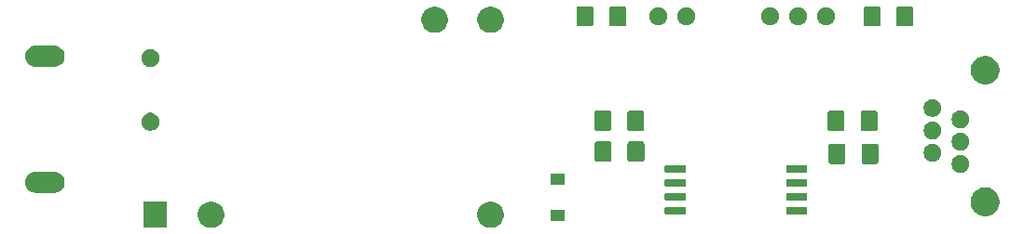
<source format=gts>
G04 #@! TF.GenerationSoftware,KiCad,Pcbnew,(5.1.6)-1*
G04 #@! TF.CreationDate,2020-11-26T12:48:09+01:00*
G04 #@! TF.ProjectId,IsolationBarrier,49736f6c-6174-4696-9f6e-426172726965,rev?*
G04 #@! TF.SameCoordinates,Original*
G04 #@! TF.FileFunction,Soldermask,Top*
G04 #@! TF.FilePolarity,Negative*
%FSLAX46Y46*%
G04 Gerber Fmt 4.6, Leading zero omitted, Abs format (unit mm)*
G04 Created by KiCad (PCBNEW (5.1.6)-1) date 2020-11-26 12:48:09*
%MOMM*%
%LPD*%
G01*
G04 APERTURE LIST*
%ADD10C,0.100000*%
G04 APERTURE END LIST*
D10*
G36*
X47582000Y-108742300D02*
G01*
X45480000Y-108742300D01*
X45480000Y-106340300D01*
X47582000Y-106340300D01*
X47582000Y-108742300D01*
G37*
G36*
X51961318Y-106386453D02*
G01*
X52179885Y-106476987D01*
X52179887Y-106476988D01*
X52376593Y-106608422D01*
X52543878Y-106775707D01*
X52646219Y-106928872D01*
X52675313Y-106972415D01*
X52765847Y-107190982D01*
X52812000Y-107423010D01*
X52812000Y-107659590D01*
X52765847Y-107891618D01*
X52685828Y-108084800D01*
X52675312Y-108110187D01*
X52543878Y-108306893D01*
X52376593Y-108474178D01*
X52179887Y-108605612D01*
X52179886Y-108605613D01*
X52179885Y-108605613D01*
X51961318Y-108696147D01*
X51729290Y-108742300D01*
X51492710Y-108742300D01*
X51260682Y-108696147D01*
X51042115Y-108605613D01*
X51042114Y-108605613D01*
X51042113Y-108605612D01*
X50845407Y-108474178D01*
X50678122Y-108306893D01*
X50546688Y-108110187D01*
X50536172Y-108084800D01*
X50456153Y-107891618D01*
X50410000Y-107659590D01*
X50410000Y-107423010D01*
X50456153Y-107190982D01*
X50546687Y-106972415D01*
X50575781Y-106928872D01*
X50678122Y-106775707D01*
X50845407Y-106608422D01*
X51042113Y-106476988D01*
X51042115Y-106476987D01*
X51260682Y-106386453D01*
X51492710Y-106340300D01*
X51729290Y-106340300D01*
X51961318Y-106386453D01*
G37*
G36*
X77361318Y-106386453D02*
G01*
X77579885Y-106476987D01*
X77579887Y-106476988D01*
X77776593Y-106608422D01*
X77943878Y-106775707D01*
X78046219Y-106928872D01*
X78075313Y-106972415D01*
X78165847Y-107190982D01*
X78212000Y-107423010D01*
X78212000Y-107659590D01*
X78165847Y-107891618D01*
X78085828Y-108084800D01*
X78075312Y-108110187D01*
X77943878Y-108306893D01*
X77776593Y-108474178D01*
X77579887Y-108605612D01*
X77579886Y-108605613D01*
X77579885Y-108605613D01*
X77361318Y-108696147D01*
X77129290Y-108742300D01*
X76892710Y-108742300D01*
X76660682Y-108696147D01*
X76442115Y-108605613D01*
X76442114Y-108605613D01*
X76442113Y-108605612D01*
X76245407Y-108474178D01*
X76078122Y-108306893D01*
X75946688Y-108110187D01*
X75936172Y-108084800D01*
X75856153Y-107891618D01*
X75810000Y-107659590D01*
X75810000Y-107423010D01*
X75856153Y-107190982D01*
X75946687Y-106972415D01*
X75975781Y-106928872D01*
X76078122Y-106775707D01*
X76245407Y-106608422D01*
X76442113Y-106476988D01*
X76442115Y-106476987D01*
X76660682Y-106386453D01*
X76892710Y-106340300D01*
X77129290Y-106340300D01*
X77361318Y-106386453D01*
G37*
G36*
X83772000Y-108084800D02*
G01*
X82470000Y-108084800D01*
X82470000Y-107082800D01*
X83772000Y-107082800D01*
X83772000Y-108084800D01*
G37*
G36*
X122330587Y-105107696D02*
G01*
X122567353Y-105205768D01*
X122567355Y-105205769D01*
X122780439Y-105348147D01*
X122961653Y-105529361D01*
X123034104Y-105637791D01*
X123104032Y-105742447D01*
X123202104Y-105979213D01*
X123252100Y-106230561D01*
X123252100Y-106486839D01*
X123202104Y-106738187D01*
X123139902Y-106888355D01*
X123104031Y-106974955D01*
X122961653Y-107188039D01*
X122780439Y-107369253D01*
X122567355Y-107511631D01*
X122567354Y-107511632D01*
X122567353Y-107511632D01*
X122330587Y-107609704D01*
X122079239Y-107659700D01*
X121822961Y-107659700D01*
X121571613Y-107609704D01*
X121334847Y-107511632D01*
X121334846Y-107511632D01*
X121334845Y-107511631D01*
X121121761Y-107369253D01*
X120940547Y-107188039D01*
X120798169Y-106974955D01*
X120762298Y-106888355D01*
X120700096Y-106738187D01*
X120650100Y-106486839D01*
X120650100Y-106230561D01*
X120700096Y-105979213D01*
X120798168Y-105742447D01*
X120868097Y-105637791D01*
X120940547Y-105529361D01*
X121121761Y-105348147D01*
X121334845Y-105205769D01*
X121334847Y-105205768D01*
X121571613Y-105107696D01*
X121822961Y-105057700D01*
X122079239Y-105057700D01*
X122330587Y-105107696D01*
G37*
G36*
X94655928Y-106840564D02*
G01*
X94677009Y-106846960D01*
X94696445Y-106857348D01*
X94713476Y-106871324D01*
X94727452Y-106888355D01*
X94737840Y-106907791D01*
X94744236Y-106928872D01*
X94747000Y-106956940D01*
X94747000Y-107420660D01*
X94744236Y-107448728D01*
X94737840Y-107469809D01*
X94727452Y-107489245D01*
X94713476Y-107506276D01*
X94696445Y-107520252D01*
X94677009Y-107530640D01*
X94655928Y-107537036D01*
X94627860Y-107539800D01*
X92964140Y-107539800D01*
X92936072Y-107537036D01*
X92914991Y-107530640D01*
X92895555Y-107520252D01*
X92878524Y-107506276D01*
X92864548Y-107489245D01*
X92854160Y-107469809D01*
X92847764Y-107448728D01*
X92845000Y-107420660D01*
X92845000Y-106956940D01*
X92847764Y-106928872D01*
X92854160Y-106907791D01*
X92864548Y-106888355D01*
X92878524Y-106871324D01*
X92895555Y-106857348D01*
X92914991Y-106846960D01*
X92936072Y-106840564D01*
X92964140Y-106837800D01*
X94627860Y-106837800D01*
X94655928Y-106840564D01*
G37*
G36*
X105705928Y-106840564D02*
G01*
X105727009Y-106846960D01*
X105746445Y-106857348D01*
X105763476Y-106871324D01*
X105777452Y-106888355D01*
X105787840Y-106907791D01*
X105794236Y-106928872D01*
X105797000Y-106956940D01*
X105797000Y-107420660D01*
X105794236Y-107448728D01*
X105787840Y-107469809D01*
X105777452Y-107489245D01*
X105763476Y-107506276D01*
X105746445Y-107520252D01*
X105727009Y-107530640D01*
X105705928Y-107537036D01*
X105677860Y-107539800D01*
X104014140Y-107539800D01*
X103986072Y-107537036D01*
X103964991Y-107530640D01*
X103945555Y-107520252D01*
X103928524Y-107506276D01*
X103914548Y-107489245D01*
X103904160Y-107469809D01*
X103897764Y-107448728D01*
X103895000Y-107420660D01*
X103895000Y-106956940D01*
X103897764Y-106928872D01*
X103904160Y-106907791D01*
X103914548Y-106888355D01*
X103928524Y-106871324D01*
X103945555Y-106857348D01*
X103964991Y-106846960D01*
X103986072Y-106840564D01*
X104014140Y-106837800D01*
X105677860Y-106837800D01*
X105705928Y-106840564D01*
G37*
G36*
X105705928Y-105570564D02*
G01*
X105727009Y-105576960D01*
X105746445Y-105587348D01*
X105763476Y-105601324D01*
X105777452Y-105618355D01*
X105787840Y-105637791D01*
X105794236Y-105658872D01*
X105797000Y-105686940D01*
X105797000Y-106150660D01*
X105794236Y-106178728D01*
X105787840Y-106199809D01*
X105777452Y-106219245D01*
X105763476Y-106236276D01*
X105746445Y-106250252D01*
X105727009Y-106260640D01*
X105705928Y-106267036D01*
X105677860Y-106269800D01*
X104014140Y-106269800D01*
X103986072Y-106267036D01*
X103964991Y-106260640D01*
X103945555Y-106250252D01*
X103928524Y-106236276D01*
X103914548Y-106219245D01*
X103904160Y-106199809D01*
X103897764Y-106178728D01*
X103895000Y-106150660D01*
X103895000Y-105686940D01*
X103897764Y-105658872D01*
X103904160Y-105637791D01*
X103914548Y-105618355D01*
X103928524Y-105601324D01*
X103945555Y-105587348D01*
X103964991Y-105576960D01*
X103986072Y-105570564D01*
X104014140Y-105567800D01*
X105677860Y-105567800D01*
X105705928Y-105570564D01*
G37*
G36*
X94655928Y-105570564D02*
G01*
X94677009Y-105576960D01*
X94696445Y-105587348D01*
X94713476Y-105601324D01*
X94727452Y-105618355D01*
X94737840Y-105637791D01*
X94744236Y-105658872D01*
X94747000Y-105686940D01*
X94747000Y-106150660D01*
X94744236Y-106178728D01*
X94737840Y-106199809D01*
X94727452Y-106219245D01*
X94713476Y-106236276D01*
X94696445Y-106250252D01*
X94677009Y-106260640D01*
X94655928Y-106267036D01*
X94627860Y-106269800D01*
X92964140Y-106269800D01*
X92936072Y-106267036D01*
X92914991Y-106260640D01*
X92895555Y-106250252D01*
X92878524Y-106236276D01*
X92864548Y-106219245D01*
X92854160Y-106199809D01*
X92847764Y-106178728D01*
X92845000Y-106150660D01*
X92845000Y-105686940D01*
X92847764Y-105658872D01*
X92854160Y-105637791D01*
X92864548Y-105618355D01*
X92878524Y-105601324D01*
X92895555Y-105587348D01*
X92914991Y-105576960D01*
X92936072Y-105570564D01*
X92964140Y-105567800D01*
X94627860Y-105567800D01*
X94655928Y-105570564D01*
G37*
G36*
X37544425Y-103654560D02*
G01*
X37544428Y-103654561D01*
X37544429Y-103654561D01*
X37723693Y-103708940D01*
X37723696Y-103708942D01*
X37723697Y-103708942D01*
X37888903Y-103797246D01*
X38033712Y-103916088D01*
X38152554Y-104060897D01*
X38240858Y-104226103D01*
X38240860Y-104226107D01*
X38283839Y-104367791D01*
X38295240Y-104405375D01*
X38313601Y-104591800D01*
X38295240Y-104778225D01*
X38295239Y-104778228D01*
X38295239Y-104778229D01*
X38240860Y-104957493D01*
X38240858Y-104957496D01*
X38240858Y-104957497D01*
X38152554Y-105122703D01*
X38033712Y-105267512D01*
X37888903Y-105386354D01*
X37723697Y-105474658D01*
X37723693Y-105474660D01*
X37544429Y-105529039D01*
X37544428Y-105529039D01*
X37544425Y-105529040D01*
X37404718Y-105542800D01*
X35611282Y-105542800D01*
X35471575Y-105529040D01*
X35471572Y-105529039D01*
X35471571Y-105529039D01*
X35292307Y-105474660D01*
X35292303Y-105474658D01*
X35127097Y-105386354D01*
X34982288Y-105267512D01*
X34863446Y-105122703D01*
X34775142Y-104957497D01*
X34775142Y-104957496D01*
X34775140Y-104957493D01*
X34720761Y-104778229D01*
X34720761Y-104778228D01*
X34720760Y-104778225D01*
X34702399Y-104591800D01*
X34720760Y-104405375D01*
X34732161Y-104367791D01*
X34775140Y-104226107D01*
X34775142Y-104226103D01*
X34863446Y-104060897D01*
X34982288Y-103916088D01*
X35127097Y-103797246D01*
X35292303Y-103708942D01*
X35292304Y-103708942D01*
X35292307Y-103708940D01*
X35471571Y-103654561D01*
X35471572Y-103654561D01*
X35471575Y-103654560D01*
X35611282Y-103640800D01*
X37404718Y-103640800D01*
X37544425Y-103654560D01*
G37*
G36*
X105705928Y-104300564D02*
G01*
X105727009Y-104306960D01*
X105746445Y-104317348D01*
X105763476Y-104331324D01*
X105777452Y-104348355D01*
X105787840Y-104367791D01*
X105794236Y-104388872D01*
X105797000Y-104416940D01*
X105797000Y-104880660D01*
X105794236Y-104908728D01*
X105787840Y-104929809D01*
X105777452Y-104949245D01*
X105763476Y-104966276D01*
X105746445Y-104980252D01*
X105727009Y-104990640D01*
X105705928Y-104997036D01*
X105677860Y-104999800D01*
X104014140Y-104999800D01*
X103986072Y-104997036D01*
X103964991Y-104990640D01*
X103945555Y-104980252D01*
X103928524Y-104966276D01*
X103914548Y-104949245D01*
X103904160Y-104929809D01*
X103897764Y-104908728D01*
X103895000Y-104880660D01*
X103895000Y-104416940D01*
X103897764Y-104388872D01*
X103904160Y-104367791D01*
X103914548Y-104348355D01*
X103928524Y-104331324D01*
X103945555Y-104317348D01*
X103964991Y-104306960D01*
X103986072Y-104300564D01*
X104014140Y-104297800D01*
X105677860Y-104297800D01*
X105705928Y-104300564D01*
G37*
G36*
X94655928Y-104300564D02*
G01*
X94677009Y-104306960D01*
X94696445Y-104317348D01*
X94713476Y-104331324D01*
X94727452Y-104348355D01*
X94737840Y-104367791D01*
X94744236Y-104388872D01*
X94747000Y-104416940D01*
X94747000Y-104880660D01*
X94744236Y-104908728D01*
X94737840Y-104929809D01*
X94727452Y-104949245D01*
X94713476Y-104966276D01*
X94696445Y-104980252D01*
X94677009Y-104990640D01*
X94655928Y-104997036D01*
X94627860Y-104999800D01*
X92964140Y-104999800D01*
X92936072Y-104997036D01*
X92914991Y-104990640D01*
X92895555Y-104980252D01*
X92878524Y-104966276D01*
X92864548Y-104949245D01*
X92854160Y-104929809D01*
X92847764Y-104908728D01*
X92845000Y-104880660D01*
X92845000Y-104416940D01*
X92847764Y-104388872D01*
X92854160Y-104367791D01*
X92864548Y-104348355D01*
X92878524Y-104331324D01*
X92895555Y-104317348D01*
X92914991Y-104306960D01*
X92936072Y-104300564D01*
X92964140Y-104297800D01*
X94627860Y-104297800D01*
X94655928Y-104300564D01*
G37*
G36*
X83772000Y-104784800D02*
G01*
X82470000Y-104784800D01*
X82470000Y-103782800D01*
X83772000Y-103782800D01*
X83772000Y-104784800D01*
G37*
G36*
X105705928Y-103030564D02*
G01*
X105727009Y-103036960D01*
X105746445Y-103047348D01*
X105763476Y-103061324D01*
X105777452Y-103078355D01*
X105787840Y-103097791D01*
X105794236Y-103118872D01*
X105797000Y-103146940D01*
X105797000Y-103610660D01*
X105794236Y-103638728D01*
X105787840Y-103659809D01*
X105777452Y-103679245D01*
X105763476Y-103696276D01*
X105746445Y-103710252D01*
X105727009Y-103720640D01*
X105705928Y-103727036D01*
X105677860Y-103729800D01*
X104014140Y-103729800D01*
X103986072Y-103727036D01*
X103964991Y-103720640D01*
X103945555Y-103710252D01*
X103928524Y-103696276D01*
X103914548Y-103679245D01*
X103904160Y-103659809D01*
X103897764Y-103638728D01*
X103895000Y-103610660D01*
X103895000Y-103146940D01*
X103897764Y-103118872D01*
X103904160Y-103097791D01*
X103914548Y-103078355D01*
X103928524Y-103061324D01*
X103945555Y-103047348D01*
X103964991Y-103036960D01*
X103986072Y-103030564D01*
X104014140Y-103027800D01*
X105677860Y-103027800D01*
X105705928Y-103030564D01*
G37*
G36*
X94655928Y-103030564D02*
G01*
X94677009Y-103036960D01*
X94696445Y-103047348D01*
X94713476Y-103061324D01*
X94727452Y-103078355D01*
X94737840Y-103097791D01*
X94744236Y-103118872D01*
X94747000Y-103146940D01*
X94747000Y-103610660D01*
X94744236Y-103638728D01*
X94737840Y-103659809D01*
X94727452Y-103679245D01*
X94713476Y-103696276D01*
X94696445Y-103710252D01*
X94677009Y-103720640D01*
X94655928Y-103727036D01*
X94627860Y-103729800D01*
X92964140Y-103729800D01*
X92936072Y-103727036D01*
X92914991Y-103720640D01*
X92895555Y-103710252D01*
X92878524Y-103696276D01*
X92864548Y-103679245D01*
X92854160Y-103659809D01*
X92847764Y-103638728D01*
X92845000Y-103610660D01*
X92845000Y-103146940D01*
X92847764Y-103118872D01*
X92854160Y-103097791D01*
X92864548Y-103078355D01*
X92878524Y-103061324D01*
X92895555Y-103047348D01*
X92914991Y-103036960D01*
X92936072Y-103030564D01*
X92964140Y-103027800D01*
X94627860Y-103027800D01*
X94655928Y-103030564D01*
G37*
G36*
X119953242Y-102126942D02*
G01*
X120101201Y-102188229D01*
X120234355Y-102277199D01*
X120347601Y-102390445D01*
X120436571Y-102523599D01*
X120497858Y-102671558D01*
X120529100Y-102828625D01*
X120529100Y-102988775D01*
X120497858Y-103145842D01*
X120436571Y-103293801D01*
X120347601Y-103426955D01*
X120234355Y-103540201D01*
X120101201Y-103629171D01*
X119953242Y-103690458D01*
X119796175Y-103721700D01*
X119636025Y-103721700D01*
X119478958Y-103690458D01*
X119330999Y-103629171D01*
X119197845Y-103540201D01*
X119084599Y-103426955D01*
X118995629Y-103293801D01*
X118934342Y-103145842D01*
X118903100Y-102988775D01*
X118903100Y-102828625D01*
X118934342Y-102671558D01*
X118995629Y-102523599D01*
X119084599Y-102390445D01*
X119197845Y-102277199D01*
X119330999Y-102188229D01*
X119478958Y-102126942D01*
X119636025Y-102095700D01*
X119796175Y-102095700D01*
X119953242Y-102126942D01*
G37*
G36*
X112093062Y-101061981D02*
G01*
X112127981Y-101072574D01*
X112160163Y-101089776D01*
X112188373Y-101112927D01*
X112211524Y-101141137D01*
X112228726Y-101173319D01*
X112239319Y-101208238D01*
X112243500Y-101250695D01*
X112243500Y-102716905D01*
X112239319Y-102759362D01*
X112228726Y-102794281D01*
X112211524Y-102826463D01*
X112188373Y-102854673D01*
X112160163Y-102877824D01*
X112127981Y-102895026D01*
X112093062Y-102905619D01*
X112050605Y-102909800D01*
X110909395Y-102909800D01*
X110866938Y-102905619D01*
X110832019Y-102895026D01*
X110799837Y-102877824D01*
X110771627Y-102854673D01*
X110748476Y-102826463D01*
X110731274Y-102794281D01*
X110720681Y-102759362D01*
X110716500Y-102716905D01*
X110716500Y-101250695D01*
X110720681Y-101208238D01*
X110731274Y-101173319D01*
X110748476Y-101141137D01*
X110771627Y-101112927D01*
X110799837Y-101089776D01*
X110832019Y-101072574D01*
X110866938Y-101061981D01*
X110909395Y-101057800D01*
X112050605Y-101057800D01*
X112093062Y-101061981D01*
G37*
G36*
X109118062Y-101061981D02*
G01*
X109152981Y-101072574D01*
X109185163Y-101089776D01*
X109213373Y-101112927D01*
X109236524Y-101141137D01*
X109253726Y-101173319D01*
X109264319Y-101208238D01*
X109268500Y-101250695D01*
X109268500Y-102716905D01*
X109264319Y-102759362D01*
X109253726Y-102794281D01*
X109236524Y-102826463D01*
X109213373Y-102854673D01*
X109185163Y-102877824D01*
X109152981Y-102895026D01*
X109118062Y-102905619D01*
X109075605Y-102909800D01*
X107934395Y-102909800D01*
X107891938Y-102905619D01*
X107857019Y-102895026D01*
X107824837Y-102877824D01*
X107796627Y-102854673D01*
X107773476Y-102826463D01*
X107756274Y-102794281D01*
X107745681Y-102759362D01*
X107741500Y-102716905D01*
X107741500Y-101250695D01*
X107745681Y-101208238D01*
X107756274Y-101173319D01*
X107773476Y-101141137D01*
X107796627Y-101112927D01*
X107824837Y-101089776D01*
X107857019Y-101072574D01*
X107891938Y-101061981D01*
X107934395Y-101057800D01*
X109075605Y-101057800D01*
X109118062Y-101061981D01*
G37*
G36*
X87859062Y-100861981D02*
G01*
X87893981Y-100872574D01*
X87926163Y-100889776D01*
X87954373Y-100912927D01*
X87977524Y-100941137D01*
X87994726Y-100973319D01*
X88005319Y-101008238D01*
X88009500Y-101050695D01*
X88009500Y-102516905D01*
X88005319Y-102559362D01*
X87994726Y-102594281D01*
X87977524Y-102626463D01*
X87954373Y-102654673D01*
X87926163Y-102677824D01*
X87893981Y-102695026D01*
X87859062Y-102705619D01*
X87816605Y-102709800D01*
X86675395Y-102709800D01*
X86632938Y-102705619D01*
X86598019Y-102695026D01*
X86565837Y-102677824D01*
X86537627Y-102654673D01*
X86514476Y-102626463D01*
X86497274Y-102594281D01*
X86486681Y-102559362D01*
X86482500Y-102516905D01*
X86482500Y-101050695D01*
X86486681Y-101008238D01*
X86497274Y-100973319D01*
X86514476Y-100941137D01*
X86537627Y-100912927D01*
X86565837Y-100889776D01*
X86598019Y-100872574D01*
X86632938Y-100861981D01*
X86675395Y-100857800D01*
X87816605Y-100857800D01*
X87859062Y-100861981D01*
G37*
G36*
X90834062Y-100861981D02*
G01*
X90868981Y-100872574D01*
X90901163Y-100889776D01*
X90929373Y-100912927D01*
X90952524Y-100941137D01*
X90969726Y-100973319D01*
X90980319Y-101008238D01*
X90984500Y-101050695D01*
X90984500Y-102516905D01*
X90980319Y-102559362D01*
X90969726Y-102594281D01*
X90952524Y-102626463D01*
X90929373Y-102654673D01*
X90901163Y-102677824D01*
X90868981Y-102695026D01*
X90834062Y-102705619D01*
X90791605Y-102709800D01*
X89650395Y-102709800D01*
X89607938Y-102705619D01*
X89573019Y-102695026D01*
X89540837Y-102677824D01*
X89512627Y-102654673D01*
X89489476Y-102626463D01*
X89472274Y-102594281D01*
X89461681Y-102559362D01*
X89457500Y-102516905D01*
X89457500Y-101050695D01*
X89461681Y-101008238D01*
X89472274Y-100973319D01*
X89489476Y-100941137D01*
X89512627Y-100912927D01*
X89540837Y-100889776D01*
X89573019Y-100872574D01*
X89607938Y-100861981D01*
X89650395Y-100857800D01*
X90791605Y-100857800D01*
X90834062Y-100861981D01*
G37*
G36*
X117413242Y-101106942D02*
G01*
X117561201Y-101168229D01*
X117694355Y-101257199D01*
X117807601Y-101370445D01*
X117896571Y-101503599D01*
X117957858Y-101651558D01*
X117989100Y-101808625D01*
X117989100Y-101968775D01*
X117957858Y-102125842D01*
X117896571Y-102273801D01*
X117807601Y-102406955D01*
X117694355Y-102520201D01*
X117561201Y-102609171D01*
X117413242Y-102670458D01*
X117256175Y-102701700D01*
X117096025Y-102701700D01*
X116938958Y-102670458D01*
X116790999Y-102609171D01*
X116657845Y-102520201D01*
X116544599Y-102406955D01*
X116455629Y-102273801D01*
X116394342Y-102125842D01*
X116363100Y-101968775D01*
X116363100Y-101808625D01*
X116394342Y-101651558D01*
X116455629Y-101503599D01*
X116544599Y-101370445D01*
X116657845Y-101257199D01*
X116790999Y-101168229D01*
X116938958Y-101106942D01*
X117096025Y-101075700D01*
X117256175Y-101075700D01*
X117413242Y-101106942D01*
G37*
G36*
X119953242Y-100086942D02*
G01*
X120101201Y-100148229D01*
X120234355Y-100237199D01*
X120347601Y-100350445D01*
X120436571Y-100483599D01*
X120497858Y-100631558D01*
X120529100Y-100788625D01*
X120529100Y-100948775D01*
X120497858Y-101105842D01*
X120436571Y-101253801D01*
X120347601Y-101386955D01*
X120234355Y-101500201D01*
X120101201Y-101589171D01*
X119953242Y-101650458D01*
X119796175Y-101681700D01*
X119636025Y-101681700D01*
X119478958Y-101650458D01*
X119330999Y-101589171D01*
X119197845Y-101500201D01*
X119084599Y-101386955D01*
X118995629Y-101253801D01*
X118934342Y-101105842D01*
X118903100Y-100948775D01*
X118903100Y-100788625D01*
X118934342Y-100631558D01*
X118995629Y-100483599D01*
X119084599Y-100350445D01*
X119197845Y-100237199D01*
X119330999Y-100148229D01*
X119478958Y-100086942D01*
X119636025Y-100055700D01*
X119796175Y-100055700D01*
X119953242Y-100086942D01*
G37*
G36*
X117413242Y-99066942D02*
G01*
X117561201Y-99128229D01*
X117694355Y-99217199D01*
X117807601Y-99330445D01*
X117896571Y-99463599D01*
X117957858Y-99611558D01*
X117989100Y-99768625D01*
X117989100Y-99928775D01*
X117957858Y-100085842D01*
X117896571Y-100233801D01*
X117807601Y-100366955D01*
X117694355Y-100480201D01*
X117561201Y-100569171D01*
X117413242Y-100630458D01*
X117256175Y-100661700D01*
X117096025Y-100661700D01*
X116938958Y-100630458D01*
X116790999Y-100569171D01*
X116657845Y-100480201D01*
X116544599Y-100366955D01*
X116455629Y-100233801D01*
X116394342Y-100085842D01*
X116363100Y-99928775D01*
X116363100Y-99768625D01*
X116394342Y-99611558D01*
X116455629Y-99463599D01*
X116544599Y-99330445D01*
X116657845Y-99217199D01*
X116790999Y-99128229D01*
X116938958Y-99066942D01*
X117096025Y-99035700D01*
X117256175Y-99035700D01*
X117413242Y-99066942D01*
G37*
G36*
X109030562Y-98061981D02*
G01*
X109065481Y-98072574D01*
X109097663Y-98089776D01*
X109125873Y-98112927D01*
X109149024Y-98141137D01*
X109166226Y-98173319D01*
X109176819Y-98208238D01*
X109181000Y-98250695D01*
X109181000Y-99716905D01*
X109176819Y-99759362D01*
X109166226Y-99794281D01*
X109149024Y-99826463D01*
X109125873Y-99854673D01*
X109097663Y-99877824D01*
X109065481Y-99895026D01*
X109030562Y-99905619D01*
X108988105Y-99909800D01*
X107846895Y-99909800D01*
X107804438Y-99905619D01*
X107769519Y-99895026D01*
X107737337Y-99877824D01*
X107709127Y-99854673D01*
X107685976Y-99826463D01*
X107668774Y-99794281D01*
X107658181Y-99759362D01*
X107654000Y-99716905D01*
X107654000Y-98250695D01*
X107658181Y-98208238D01*
X107668774Y-98173319D01*
X107685976Y-98141137D01*
X107709127Y-98112927D01*
X107737337Y-98089776D01*
X107769519Y-98072574D01*
X107804438Y-98061981D01*
X107846895Y-98057800D01*
X108988105Y-98057800D01*
X109030562Y-98061981D01*
G37*
G36*
X87834062Y-98061981D02*
G01*
X87868981Y-98072574D01*
X87901163Y-98089776D01*
X87929373Y-98112927D01*
X87952524Y-98141137D01*
X87969726Y-98173319D01*
X87980319Y-98208238D01*
X87984500Y-98250695D01*
X87984500Y-99716905D01*
X87980319Y-99759362D01*
X87969726Y-99794281D01*
X87952524Y-99826463D01*
X87929373Y-99854673D01*
X87901163Y-99877824D01*
X87868981Y-99895026D01*
X87834062Y-99905619D01*
X87791605Y-99909800D01*
X86650395Y-99909800D01*
X86607938Y-99905619D01*
X86573019Y-99895026D01*
X86540837Y-99877824D01*
X86512627Y-99854673D01*
X86489476Y-99826463D01*
X86472274Y-99794281D01*
X86461681Y-99759362D01*
X86457500Y-99716905D01*
X86457500Y-98250695D01*
X86461681Y-98208238D01*
X86472274Y-98173319D01*
X86489476Y-98141137D01*
X86512627Y-98112927D01*
X86540837Y-98089776D01*
X86573019Y-98072574D01*
X86607938Y-98061981D01*
X86650395Y-98057800D01*
X87791605Y-98057800D01*
X87834062Y-98061981D01*
G37*
G36*
X90809062Y-98061981D02*
G01*
X90843981Y-98072574D01*
X90876163Y-98089776D01*
X90904373Y-98112927D01*
X90927524Y-98141137D01*
X90944726Y-98173319D01*
X90955319Y-98208238D01*
X90959500Y-98250695D01*
X90959500Y-99716905D01*
X90955319Y-99759362D01*
X90944726Y-99794281D01*
X90927524Y-99826463D01*
X90904373Y-99854673D01*
X90876163Y-99877824D01*
X90843981Y-99895026D01*
X90809062Y-99905619D01*
X90766605Y-99909800D01*
X89625395Y-99909800D01*
X89582938Y-99905619D01*
X89548019Y-99895026D01*
X89515837Y-99877824D01*
X89487627Y-99854673D01*
X89464476Y-99826463D01*
X89447274Y-99794281D01*
X89436681Y-99759362D01*
X89432500Y-99716905D01*
X89432500Y-98250695D01*
X89436681Y-98208238D01*
X89447274Y-98173319D01*
X89464476Y-98141137D01*
X89487627Y-98112927D01*
X89515837Y-98089776D01*
X89548019Y-98072574D01*
X89582938Y-98061981D01*
X89625395Y-98057800D01*
X90766605Y-98057800D01*
X90809062Y-98061981D01*
G37*
G36*
X112005562Y-98061981D02*
G01*
X112040481Y-98072574D01*
X112072663Y-98089776D01*
X112100873Y-98112927D01*
X112124024Y-98141137D01*
X112141226Y-98173319D01*
X112151819Y-98208238D01*
X112156000Y-98250695D01*
X112156000Y-99716905D01*
X112151819Y-99759362D01*
X112141226Y-99794281D01*
X112124024Y-99826463D01*
X112100873Y-99854673D01*
X112072663Y-99877824D01*
X112040481Y-99895026D01*
X112005562Y-99905619D01*
X111963105Y-99909800D01*
X110821895Y-99909800D01*
X110779438Y-99905619D01*
X110744519Y-99895026D01*
X110712337Y-99877824D01*
X110684127Y-99854673D01*
X110660976Y-99826463D01*
X110643774Y-99794281D01*
X110633181Y-99759362D01*
X110629000Y-99716905D01*
X110629000Y-98250695D01*
X110633181Y-98208238D01*
X110643774Y-98173319D01*
X110660976Y-98141137D01*
X110684127Y-98112927D01*
X110712337Y-98089776D01*
X110744519Y-98072574D01*
X110779438Y-98061981D01*
X110821895Y-98057800D01*
X111963105Y-98057800D01*
X112005562Y-98061981D01*
G37*
G36*
X46328942Y-98281742D02*
G01*
X46476901Y-98343029D01*
X46610055Y-98431999D01*
X46723301Y-98545245D01*
X46812271Y-98678399D01*
X46873558Y-98826358D01*
X46904800Y-98983425D01*
X46904800Y-99143575D01*
X46873558Y-99300642D01*
X46812271Y-99448601D01*
X46723301Y-99581755D01*
X46610055Y-99695001D01*
X46476901Y-99783971D01*
X46328942Y-99845258D01*
X46171875Y-99876500D01*
X46011725Y-99876500D01*
X45854658Y-99845258D01*
X45706699Y-99783971D01*
X45573545Y-99695001D01*
X45460299Y-99581755D01*
X45371329Y-99448601D01*
X45310042Y-99300642D01*
X45278800Y-99143575D01*
X45278800Y-98983425D01*
X45310042Y-98826358D01*
X45371329Y-98678399D01*
X45460299Y-98545245D01*
X45573545Y-98431999D01*
X45706699Y-98343029D01*
X45854658Y-98281742D01*
X46011725Y-98250500D01*
X46171875Y-98250500D01*
X46328942Y-98281742D01*
G37*
G36*
X119953242Y-98046942D02*
G01*
X120101201Y-98108229D01*
X120234355Y-98197199D01*
X120347601Y-98310445D01*
X120436571Y-98443599D01*
X120497858Y-98591558D01*
X120529100Y-98748625D01*
X120529100Y-98908775D01*
X120497858Y-99065842D01*
X120436571Y-99213801D01*
X120347601Y-99346955D01*
X120234355Y-99460201D01*
X120101201Y-99549171D01*
X119953242Y-99610458D01*
X119796175Y-99641700D01*
X119636025Y-99641700D01*
X119478958Y-99610458D01*
X119330999Y-99549171D01*
X119197845Y-99460201D01*
X119084599Y-99346955D01*
X118995629Y-99213801D01*
X118934342Y-99065842D01*
X118903100Y-98908775D01*
X118903100Y-98748625D01*
X118934342Y-98591558D01*
X118995629Y-98443599D01*
X119084599Y-98310445D01*
X119197845Y-98197199D01*
X119330999Y-98108229D01*
X119478958Y-98046942D01*
X119636025Y-98015700D01*
X119796175Y-98015700D01*
X119953242Y-98046942D01*
G37*
G36*
X117413242Y-97026942D02*
G01*
X117561201Y-97088229D01*
X117694355Y-97177199D01*
X117807601Y-97290445D01*
X117896571Y-97423599D01*
X117957858Y-97571558D01*
X117989100Y-97728625D01*
X117989100Y-97888775D01*
X117957858Y-98045842D01*
X117896571Y-98193801D01*
X117807601Y-98326955D01*
X117694355Y-98440201D01*
X117561201Y-98529171D01*
X117413242Y-98590458D01*
X117256175Y-98621700D01*
X117096025Y-98621700D01*
X116938958Y-98590458D01*
X116790999Y-98529171D01*
X116657845Y-98440201D01*
X116544599Y-98326955D01*
X116455629Y-98193801D01*
X116394342Y-98045842D01*
X116363100Y-97888775D01*
X116363100Y-97728625D01*
X116394342Y-97571558D01*
X116455629Y-97423599D01*
X116544599Y-97290445D01*
X116657845Y-97177199D01*
X116790999Y-97088229D01*
X116938958Y-97026942D01*
X117096025Y-96995700D01*
X117256175Y-96995700D01*
X117413242Y-97026942D01*
G37*
G36*
X122330587Y-93107696D02*
G01*
X122567353Y-93205768D01*
X122567355Y-93205769D01*
X122780439Y-93348147D01*
X122961653Y-93529361D01*
X123041327Y-93648601D01*
X123104032Y-93742447D01*
X123202104Y-93979213D01*
X123252100Y-94230561D01*
X123252100Y-94486839D01*
X123202104Y-94738187D01*
X123104032Y-94974953D01*
X123104031Y-94974955D01*
X122961653Y-95188039D01*
X122780439Y-95369253D01*
X122567355Y-95511631D01*
X122567354Y-95511632D01*
X122567353Y-95511632D01*
X122330587Y-95609704D01*
X122079239Y-95659700D01*
X121822961Y-95659700D01*
X121571613Y-95609704D01*
X121334847Y-95511632D01*
X121334846Y-95511632D01*
X121334845Y-95511631D01*
X121121761Y-95369253D01*
X120940547Y-95188039D01*
X120798169Y-94974955D01*
X120798168Y-94974953D01*
X120700096Y-94738187D01*
X120650100Y-94486839D01*
X120650100Y-94230561D01*
X120700096Y-93979213D01*
X120798168Y-93742447D01*
X120860874Y-93648601D01*
X120940547Y-93529361D01*
X121121761Y-93348147D01*
X121334845Y-93205769D01*
X121334847Y-93205768D01*
X121571613Y-93107696D01*
X121822961Y-93057700D01*
X122079239Y-93057700D01*
X122330587Y-93107696D01*
G37*
G36*
X46328942Y-92481742D02*
G01*
X46476901Y-92543029D01*
X46610055Y-92631999D01*
X46723301Y-92745245D01*
X46812271Y-92878399D01*
X46873558Y-93026358D01*
X46904800Y-93183425D01*
X46904800Y-93343575D01*
X46873558Y-93500642D01*
X46812271Y-93648601D01*
X46723301Y-93781755D01*
X46610055Y-93895001D01*
X46476901Y-93983971D01*
X46328942Y-94045258D01*
X46171875Y-94076500D01*
X46011725Y-94076500D01*
X45854658Y-94045258D01*
X45706699Y-93983971D01*
X45573545Y-93895001D01*
X45460299Y-93781755D01*
X45371329Y-93648601D01*
X45310042Y-93500642D01*
X45278800Y-93343575D01*
X45278800Y-93183425D01*
X45310042Y-93026358D01*
X45371329Y-92878399D01*
X45460299Y-92745245D01*
X45573545Y-92631999D01*
X45706699Y-92543029D01*
X45854658Y-92481742D01*
X46011725Y-92450500D01*
X46171875Y-92450500D01*
X46328942Y-92481742D01*
G37*
G36*
X37544425Y-92154560D02*
G01*
X37544428Y-92154561D01*
X37544429Y-92154561D01*
X37723693Y-92208940D01*
X37723696Y-92208942D01*
X37723697Y-92208942D01*
X37888903Y-92297246D01*
X38033712Y-92416088D01*
X38152554Y-92560897D01*
X38240858Y-92726103D01*
X38240860Y-92726107D01*
X38246665Y-92745245D01*
X38295240Y-92905375D01*
X38313601Y-93091800D01*
X38295240Y-93278225D01*
X38295239Y-93278228D01*
X38295239Y-93278229D01*
X38240860Y-93457493D01*
X38240858Y-93457496D01*
X38240858Y-93457497D01*
X38152554Y-93622703D01*
X38033712Y-93767512D01*
X37888903Y-93886354D01*
X37723697Y-93974658D01*
X37723693Y-93974660D01*
X37544429Y-94029039D01*
X37544428Y-94029039D01*
X37544425Y-94029040D01*
X37404718Y-94042800D01*
X35611282Y-94042800D01*
X35471575Y-94029040D01*
X35471572Y-94029039D01*
X35471571Y-94029039D01*
X35292307Y-93974660D01*
X35292303Y-93974658D01*
X35127097Y-93886354D01*
X34982288Y-93767512D01*
X34863446Y-93622703D01*
X34775142Y-93457497D01*
X34775142Y-93457496D01*
X34775140Y-93457493D01*
X34720761Y-93278229D01*
X34720761Y-93278228D01*
X34720760Y-93278225D01*
X34702399Y-93091800D01*
X34720760Y-92905375D01*
X34769335Y-92745245D01*
X34775140Y-92726107D01*
X34775142Y-92726103D01*
X34863446Y-92560897D01*
X34982288Y-92416088D01*
X35127097Y-92297246D01*
X35292303Y-92208942D01*
X35292304Y-92208942D01*
X35292307Y-92208940D01*
X35471571Y-92154561D01*
X35471572Y-92154561D01*
X35471575Y-92154560D01*
X35611282Y-92140800D01*
X37404718Y-92140800D01*
X37544425Y-92154560D01*
G37*
G36*
X72281318Y-88606453D02*
G01*
X72499885Y-88696987D01*
X72499887Y-88696988D01*
X72696593Y-88828422D01*
X72863878Y-88995707D01*
X72905968Y-89058700D01*
X72995313Y-89192415D01*
X73085847Y-89410982D01*
X73132000Y-89643010D01*
X73132000Y-89879590D01*
X73085847Y-90111618D01*
X73025710Y-90256800D01*
X72995312Y-90330187D01*
X72863878Y-90526893D01*
X72696593Y-90694178D01*
X72499887Y-90825612D01*
X72499886Y-90825613D01*
X72499885Y-90825613D01*
X72281318Y-90916147D01*
X72049290Y-90962300D01*
X71812710Y-90962300D01*
X71580682Y-90916147D01*
X71362115Y-90825613D01*
X71362114Y-90825613D01*
X71362113Y-90825612D01*
X71165407Y-90694178D01*
X70998122Y-90526893D01*
X70866688Y-90330187D01*
X70836290Y-90256800D01*
X70776153Y-90111618D01*
X70730000Y-89879590D01*
X70730000Y-89643010D01*
X70776153Y-89410982D01*
X70866687Y-89192415D01*
X70956032Y-89058700D01*
X70998122Y-88995707D01*
X71165407Y-88828422D01*
X71362113Y-88696988D01*
X71362115Y-88696987D01*
X71580682Y-88606453D01*
X71812710Y-88560300D01*
X72049290Y-88560300D01*
X72281318Y-88606453D01*
G37*
G36*
X77361318Y-88606453D02*
G01*
X77579885Y-88696987D01*
X77579887Y-88696988D01*
X77776593Y-88828422D01*
X77943878Y-88995707D01*
X77985968Y-89058700D01*
X78075313Y-89192415D01*
X78165847Y-89410982D01*
X78212000Y-89643010D01*
X78212000Y-89879590D01*
X78165847Y-90111618D01*
X78105710Y-90256800D01*
X78075312Y-90330187D01*
X77943878Y-90526893D01*
X77776593Y-90694178D01*
X77579887Y-90825612D01*
X77579886Y-90825613D01*
X77579885Y-90825613D01*
X77361318Y-90916147D01*
X77129290Y-90962300D01*
X76892710Y-90962300D01*
X76660682Y-90916147D01*
X76442115Y-90825613D01*
X76442114Y-90825613D01*
X76442113Y-90825612D01*
X76245407Y-90694178D01*
X76078122Y-90526893D01*
X75946688Y-90330187D01*
X75916290Y-90256800D01*
X75856153Y-90111618D01*
X75810000Y-89879590D01*
X75810000Y-89643010D01*
X75856153Y-89410982D01*
X75946687Y-89192415D01*
X76036032Y-89058700D01*
X76078122Y-88995707D01*
X76245407Y-88828422D01*
X76442113Y-88696988D01*
X76442115Y-88696987D01*
X76660682Y-88606453D01*
X76892710Y-88560300D01*
X77129290Y-88560300D01*
X77361318Y-88606453D01*
G37*
G36*
X89181062Y-88521981D02*
G01*
X89215981Y-88532574D01*
X89248163Y-88549776D01*
X89276373Y-88572927D01*
X89299524Y-88601137D01*
X89316726Y-88633319D01*
X89327319Y-88668238D01*
X89331500Y-88710695D01*
X89331500Y-90176905D01*
X89327319Y-90219362D01*
X89316726Y-90254281D01*
X89299524Y-90286463D01*
X89276373Y-90314673D01*
X89248163Y-90337824D01*
X89215981Y-90355026D01*
X89181062Y-90365619D01*
X89138605Y-90369800D01*
X87997395Y-90369800D01*
X87954938Y-90365619D01*
X87920019Y-90355026D01*
X87887837Y-90337824D01*
X87859627Y-90314673D01*
X87836476Y-90286463D01*
X87819274Y-90254281D01*
X87808681Y-90219362D01*
X87804500Y-90176905D01*
X87804500Y-88710695D01*
X87808681Y-88668238D01*
X87819274Y-88633319D01*
X87836476Y-88601137D01*
X87859627Y-88572927D01*
X87887837Y-88549776D01*
X87920019Y-88532574D01*
X87954938Y-88521981D01*
X87997395Y-88517800D01*
X89138605Y-88517800D01*
X89181062Y-88521981D01*
G37*
G36*
X86206062Y-88521981D02*
G01*
X86240981Y-88532574D01*
X86273163Y-88549776D01*
X86301373Y-88572927D01*
X86324524Y-88601137D01*
X86341726Y-88633319D01*
X86352319Y-88668238D01*
X86356500Y-88710695D01*
X86356500Y-90176905D01*
X86352319Y-90219362D01*
X86341726Y-90254281D01*
X86324524Y-90286463D01*
X86301373Y-90314673D01*
X86273163Y-90337824D01*
X86240981Y-90355026D01*
X86206062Y-90365619D01*
X86163605Y-90369800D01*
X85022395Y-90369800D01*
X84979938Y-90365619D01*
X84945019Y-90355026D01*
X84912837Y-90337824D01*
X84884627Y-90314673D01*
X84861476Y-90286463D01*
X84844274Y-90254281D01*
X84833681Y-90219362D01*
X84829500Y-90176905D01*
X84829500Y-88710695D01*
X84833681Y-88668238D01*
X84844274Y-88633319D01*
X84861476Y-88601137D01*
X84884627Y-88572927D01*
X84912837Y-88549776D01*
X84945019Y-88532574D01*
X84979938Y-88521981D01*
X85022395Y-88517800D01*
X86163605Y-88517800D01*
X86206062Y-88521981D01*
G37*
G36*
X112295062Y-88521981D02*
G01*
X112329981Y-88532574D01*
X112362163Y-88549776D01*
X112390373Y-88572927D01*
X112413524Y-88601137D01*
X112430726Y-88633319D01*
X112441319Y-88668238D01*
X112445500Y-88710695D01*
X112445500Y-90176905D01*
X112441319Y-90219362D01*
X112430726Y-90254281D01*
X112413524Y-90286463D01*
X112390373Y-90314673D01*
X112362163Y-90337824D01*
X112329981Y-90355026D01*
X112295062Y-90365619D01*
X112252605Y-90369800D01*
X111111395Y-90369800D01*
X111068938Y-90365619D01*
X111034019Y-90355026D01*
X111001837Y-90337824D01*
X110973627Y-90314673D01*
X110950476Y-90286463D01*
X110933274Y-90254281D01*
X110922681Y-90219362D01*
X110918500Y-90176905D01*
X110918500Y-88710695D01*
X110922681Y-88668238D01*
X110933274Y-88633319D01*
X110950476Y-88601137D01*
X110973627Y-88572927D01*
X111001837Y-88549776D01*
X111034019Y-88532574D01*
X111068938Y-88521981D01*
X111111395Y-88517800D01*
X112252605Y-88517800D01*
X112295062Y-88521981D01*
G37*
G36*
X115270062Y-88521981D02*
G01*
X115304981Y-88532574D01*
X115337163Y-88549776D01*
X115365373Y-88572927D01*
X115388524Y-88601137D01*
X115405726Y-88633319D01*
X115416319Y-88668238D01*
X115420500Y-88710695D01*
X115420500Y-90176905D01*
X115416319Y-90219362D01*
X115405726Y-90254281D01*
X115388524Y-90286463D01*
X115365373Y-90314673D01*
X115337163Y-90337824D01*
X115304981Y-90355026D01*
X115270062Y-90365619D01*
X115227605Y-90369800D01*
X114086395Y-90369800D01*
X114043938Y-90365619D01*
X114009019Y-90355026D01*
X113976837Y-90337824D01*
X113948627Y-90314673D01*
X113925476Y-90286463D01*
X113908274Y-90254281D01*
X113897681Y-90219362D01*
X113893500Y-90176905D01*
X113893500Y-88710695D01*
X113897681Y-88668238D01*
X113908274Y-88633319D01*
X113925476Y-88601137D01*
X113948627Y-88572927D01*
X113976837Y-88549776D01*
X114009019Y-88532574D01*
X114043938Y-88521981D01*
X114086395Y-88517800D01*
X115227605Y-88517800D01*
X115270062Y-88521981D01*
G37*
G36*
X107728142Y-88662042D02*
G01*
X107876101Y-88723329D01*
X108009255Y-88812299D01*
X108122501Y-88925545D01*
X108211471Y-89058699D01*
X108272758Y-89206658D01*
X108304000Y-89363725D01*
X108304000Y-89523875D01*
X108272758Y-89680942D01*
X108211471Y-89828901D01*
X108122501Y-89962055D01*
X108009255Y-90075301D01*
X107876101Y-90164271D01*
X107728142Y-90225558D01*
X107571075Y-90256800D01*
X107410925Y-90256800D01*
X107253858Y-90225558D01*
X107105899Y-90164271D01*
X106972745Y-90075301D01*
X106859499Y-89962055D01*
X106770529Y-89828901D01*
X106709242Y-89680942D01*
X106678000Y-89523875D01*
X106678000Y-89363725D01*
X106709242Y-89206658D01*
X106770529Y-89058699D01*
X106859499Y-88925545D01*
X106972745Y-88812299D01*
X107105899Y-88723329D01*
X107253858Y-88662042D01*
X107410925Y-88630800D01*
X107571075Y-88630800D01*
X107728142Y-88662042D01*
G37*
G36*
X105188142Y-88662042D02*
G01*
X105336101Y-88723329D01*
X105469255Y-88812299D01*
X105582501Y-88925545D01*
X105671471Y-89058699D01*
X105732758Y-89206658D01*
X105764000Y-89363725D01*
X105764000Y-89523875D01*
X105732758Y-89680942D01*
X105671471Y-89828901D01*
X105582501Y-89962055D01*
X105469255Y-90075301D01*
X105336101Y-90164271D01*
X105188142Y-90225558D01*
X105031075Y-90256800D01*
X104870925Y-90256800D01*
X104713858Y-90225558D01*
X104565899Y-90164271D01*
X104432745Y-90075301D01*
X104319499Y-89962055D01*
X104230529Y-89828901D01*
X104169242Y-89680942D01*
X104138000Y-89523875D01*
X104138000Y-89363725D01*
X104169242Y-89206658D01*
X104230529Y-89058699D01*
X104319499Y-88925545D01*
X104432745Y-88812299D01*
X104565899Y-88723329D01*
X104713858Y-88662042D01*
X104870925Y-88630800D01*
X105031075Y-88630800D01*
X105188142Y-88662042D01*
G37*
G36*
X92488142Y-88662042D02*
G01*
X92636101Y-88723329D01*
X92769255Y-88812299D01*
X92882501Y-88925545D01*
X92971471Y-89058699D01*
X93032758Y-89206658D01*
X93064000Y-89363725D01*
X93064000Y-89523875D01*
X93032758Y-89680942D01*
X92971471Y-89828901D01*
X92882501Y-89962055D01*
X92769255Y-90075301D01*
X92636101Y-90164271D01*
X92488142Y-90225558D01*
X92331075Y-90256800D01*
X92170925Y-90256800D01*
X92013858Y-90225558D01*
X91865899Y-90164271D01*
X91732745Y-90075301D01*
X91619499Y-89962055D01*
X91530529Y-89828901D01*
X91469242Y-89680942D01*
X91438000Y-89523875D01*
X91438000Y-89363725D01*
X91469242Y-89206658D01*
X91530529Y-89058699D01*
X91619499Y-88925545D01*
X91732745Y-88812299D01*
X91865899Y-88723329D01*
X92013858Y-88662042D01*
X92170925Y-88630800D01*
X92331075Y-88630800D01*
X92488142Y-88662042D01*
G37*
G36*
X95028142Y-88662042D02*
G01*
X95176101Y-88723329D01*
X95309255Y-88812299D01*
X95422501Y-88925545D01*
X95511471Y-89058699D01*
X95572758Y-89206658D01*
X95604000Y-89363725D01*
X95604000Y-89523875D01*
X95572758Y-89680942D01*
X95511471Y-89828901D01*
X95422501Y-89962055D01*
X95309255Y-90075301D01*
X95176101Y-90164271D01*
X95028142Y-90225558D01*
X94871075Y-90256800D01*
X94710925Y-90256800D01*
X94553858Y-90225558D01*
X94405899Y-90164271D01*
X94272745Y-90075301D01*
X94159499Y-89962055D01*
X94070529Y-89828901D01*
X94009242Y-89680942D01*
X93978000Y-89523875D01*
X93978000Y-89363725D01*
X94009242Y-89206658D01*
X94070529Y-89058699D01*
X94159499Y-88925545D01*
X94272745Y-88812299D01*
X94405899Y-88723329D01*
X94553858Y-88662042D01*
X94710925Y-88630800D01*
X94871075Y-88630800D01*
X95028142Y-88662042D01*
G37*
G36*
X102648142Y-88662042D02*
G01*
X102796101Y-88723329D01*
X102929255Y-88812299D01*
X103042501Y-88925545D01*
X103131471Y-89058699D01*
X103192758Y-89206658D01*
X103224000Y-89363725D01*
X103224000Y-89523875D01*
X103192758Y-89680942D01*
X103131471Y-89828901D01*
X103042501Y-89962055D01*
X102929255Y-90075301D01*
X102796101Y-90164271D01*
X102648142Y-90225558D01*
X102491075Y-90256800D01*
X102330925Y-90256800D01*
X102173858Y-90225558D01*
X102025899Y-90164271D01*
X101892745Y-90075301D01*
X101779499Y-89962055D01*
X101690529Y-89828901D01*
X101629242Y-89680942D01*
X101598000Y-89523875D01*
X101598000Y-89363725D01*
X101629242Y-89206658D01*
X101690529Y-89058699D01*
X101779499Y-88925545D01*
X101892745Y-88812299D01*
X102025899Y-88723329D01*
X102173858Y-88662042D01*
X102330925Y-88630800D01*
X102491075Y-88630800D01*
X102648142Y-88662042D01*
G37*
M02*

</source>
